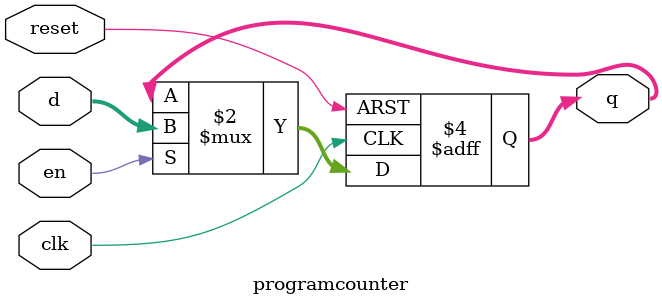
<source format=sv>
module programcounter #(parameter WIDTH = 32)
				(input  logic               clk, reset, en,
			     input  logic [WIDTH - 1:0] d,
				 output logic [WIDTH - 1:0] q);
	
	always_ff @ (posedge clk, posedge reset)
		if      (reset) q <= 32'b0;
		else if (en)    q <= d;

endmodule
</source>
